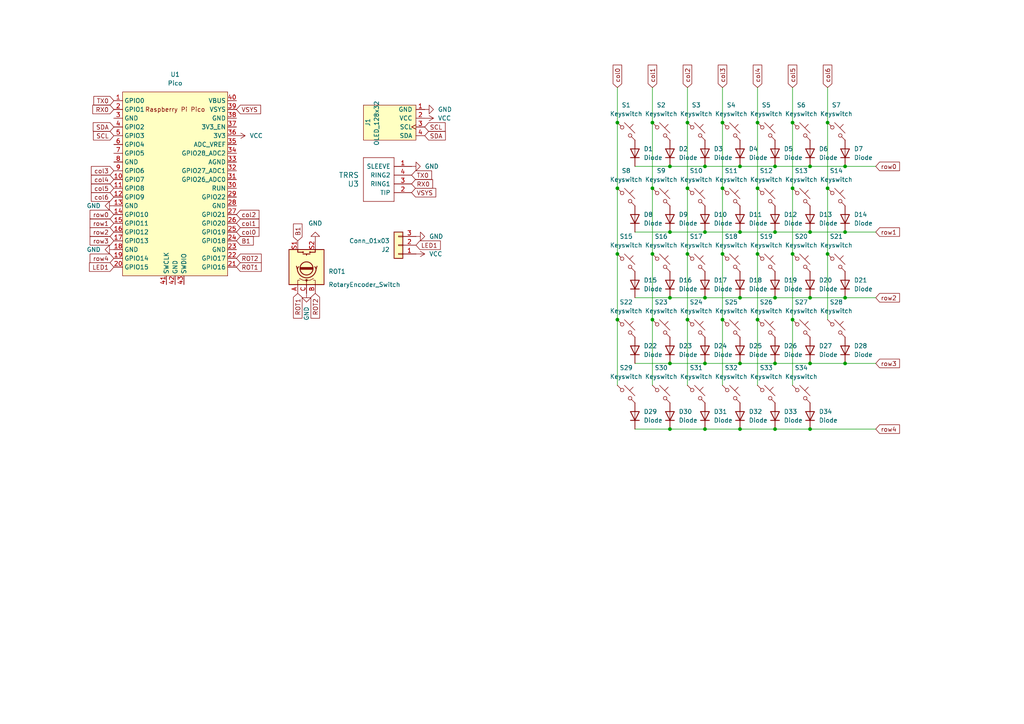
<source format=kicad_sch>
(kicad_sch (version 20230121) (generator eeschema)
  (paper "A4")
  (title_block (title "WackyMXter"))
  (lib_symbols
    (symbol "Connector_Generic:Conn_01x03" (pin_names (offset 1.016) hide)
      (property "Reference" "J" (at 0 5.08 0))
      (property "Value" "Conn_01x03" (at 0 -5.08 0))
      (symbol "Conn_01x03_1_1"
        (rectangle (start -1.27 -2.413) (end 0 -2.667) (stroke (width 0.1524)))
        (rectangle (start -1.27 0.127) (end 0 -0.127) (stroke (width 0.1524)))
        (rectangle (start -1.27 2.667) (end 0 2.413) (stroke (width 0.1524)))
        (rectangle (start -1.27 3.81) (end 1.27 -3.81) (stroke (width 0.254)) (fill (type background)))
        (pin passive line (at -5.08 2.54 0) (length 3.81) (name "Pin_1") (number "1"))
        (pin passive line (at -5.08 0 0) (length 3.81) (name "Pin_2") (number "2"))
        (pin passive line (at -5.08 -2.54 0) (length 3.81) (name "Pin_3") (number "3"))
      )
    )
    (symbol "Device:RotaryEncoder_Switch" (pin_names (offset 0.254) hide)
      (property "Reference" "SW" (at 0 6.604 0))
      (property "Value" "RotaryEncoder_Switch" (at 0 -6.604 0))
      (symbol "RotaryEncoder_Switch_0_1"
        (rectangle (start -5.08 5.08) (end 5.08 -5.08) (stroke (width 0.254)) (fill (type background)))
        (circle (center -3.81 0) (radius 0.254) (fill (type outline)))
        (circle (center -0.381 0) (radius 1.905) (stroke (width 0.254)))
        (arc (start -0.381 2.667) (mid -3.0988 -0.0635) (end -0.381 -2.794) (stroke (width 0.254)))
        (polyline (pts (xy -0.635 -1.778) (xy -0.635 1.778)) (stroke (width 0.254)))
        (polyline (pts (xy -0.381 -1.778) (xy -0.381 1.778)) (stroke (width 0.254)))
        (polyline (pts (xy -0.127 1.778) (xy -0.127 -1.778)) (stroke (width 0.254)))
        (polyline (pts (xy 3.81 0) (xy 3.429 0)) (stroke (width 0.254)))
        (polyline (pts (xy 3.81 1.016) (xy 3.81 -1.016)) (stroke (width 0.254)))
        (polyline (pts (xy -5.08 -2.54) (xy -3.81 -2.54) (xy -3.81 -2.032)))
        (polyline (pts (xy -5.08 2.54) (xy -3.81 2.54) (xy -3.81 2.032)))
        (polyline (pts (xy 0.254 -3.048) (xy -0.508 -2.794) (xy 0.127 -2.413)) (stroke (width 0.254)))
        (polyline (pts (xy 0.254 2.921) (xy -0.508 2.667) (xy 0.127 2.286)) (stroke (width 0.254)))
        (polyline (pts (xy 5.08 -2.54) (xy 4.318 -2.54) (xy 4.318 -1.016)) (stroke (width 0.254)))
        (polyline (pts (xy 5.08 2.54) (xy 4.318 2.54) (xy 4.318 1.016)) (stroke (width 0.254)))
        (polyline (pts (xy -5.08 0) (xy -3.81 0) (xy -3.81 -1.016) (xy -3.302 -2.032)))
        (polyline (pts (xy -4.318 0) (xy -3.81 0) (xy -3.81 1.016) (xy -3.302 2.032)))
        (circle (center 4.318 -1.016) (radius 0.127) (stroke (width 0.254)))
        (circle (center 4.318 1.016) (radius 0.127) (stroke (width 0.254)))
      )
      (symbol "RotaryEncoder_Switch_1_1"
        (pin passive line (at -7.62 2.54 0) (length 2.54) (name "A") (number "A"))
        (pin passive line (at -7.62 -2.54 0) (length 2.54) (name "B") (number "B"))
        (pin passive line (at -7.62 0 0) (length 2.54) (name "C") (number "C"))
        (pin passive line (at 7.62 2.54 180) (length 2.54) (name "S1") (number "S1"))
        (pin passive line (at 7.62 -2.54 180) (length 2.54) (name "S2") (number "S2"))
      )
    )
    (symbol "MCU_RaspberryPi_and_Boards:Pico"
      (property "Reference" "U" (at -13.97 27.94 0))
      (property "Value" "Pico" (at 0 19.05 0))
      (symbol "Pico_0_0"
        (text "Raspberry Pi Pico" (at 0 21.59 0) (effects (font (size 1.27 1.27))))
      )
      (symbol "Pico_0_1"
        (rectangle (start -15.24 26.67) (end 15.24 -26.67) (fill (type background)))
      )
      (symbol "Pico_1_1"
        (pin bidirectional line (at -17.78 24.13 0) (length 2.54) (name "GPIO0") (number "1"))
        (pin bidirectional line (at -17.78 1.27 0) (length 2.54) (name "GPIO7") (number "10"))
        (pin bidirectional line (at -17.78 -1.27 0) (length 2.54) (name "GPIO8") (number "11"))
        (pin bidirectional line (at -17.78 -3.81 0) (length 2.54) (name "GPIO9") (number "12"))
        (pin power_in line (at -17.78 -6.35 0) (length 2.54) (name "GND") (number "13"))
        (pin bidirectional line (at -17.78 -8.89 0) (length 2.54) (name "GPIO10") (number "14"))
        (pin bidirectional line (at -17.78 -11.43 0) (length 2.54) (name "GPIO11") (number "15"))
        (pin bidirectional line (at -17.78 -13.97 0) (length 2.54) (name "GPIO12") (number "16"))
        (pin bidirectional line (at -17.78 -16.51 0) (length 2.54) (name "GPIO13") (number "17"))
        (pin power_in line (at -17.78 -19.05 0) (length 2.54) (name "GND") (number "18"))
        (pin bidirectional line (at -17.78 -21.59 0) (length 2.54) (name "GPIO14") (number "19"))
        (pin bidirectional line (at -17.78 21.59 0) (length 2.54) (name "GPIO1") (number "2"))
        (pin bidirectional line (at -17.78 -24.13 0) (length 2.54) (name "GPIO15") (number "20"))
        (pin bidirectional line (at 17.78 -24.13 180) (length 2.54) (name "GPIO16") (number "21"))
        (pin bidirectional line (at 17.78 -21.59 180) (length 2.54) (name "GPIO17") (number "22"))
        (pin power_in line (at 17.78 -19.05 180) (length 2.54) (name "GND") (number "23"))
        (pin bidirectional line (at 17.78 -16.51 180) (length 2.54) (name "GPIO18") (number "24"))
        (pin bidirectional line (at 17.78 -13.97 180) (length 2.54) (name "GPIO19") (number "25"))
        (pin bidirectional line (at 17.78 -11.43 180) (length 2.54) (name "GPIO20") (number "26"))
        (pin bidirectional line (at 17.78 -8.89 180) (length 2.54) (name "GPIO21") (number "27"))
        (pin power_in line (at 17.78 -6.35 180) (length 2.54) (name "GND") (number "28"))
        (pin bidirectional line (at 17.78 -3.81 180) (length 2.54) (name "GPIO22") (number "29"))
        (pin power_in line (at -17.78 19.05 0) (length 2.54) (name "GND") (number "3"))
        (pin input line (at 17.78 -1.27 180) (length 2.54) (name "RUN") (number "30"))
        (pin bidirectional line (at 17.78 1.27 180) (length 2.54) (name "GPIO26_ADC0") (number "31"))
        (pin bidirectional line (at 17.78 3.81 180) (length 2.54) (name "GPIO27_ADC1") (number "32"))
        (pin power_in line (at 17.78 6.35 180) (length 2.54) (name "AGND") (number "33"))
        (pin bidirectional line (at 17.78 8.89 180) (length 2.54) (name "GPIO28_ADC2") (number "34"))
        (pin power_in line (at 17.78 11.43 180) (length 2.54) (name "ADC_VREF") (number "35"))
        (pin power_in line (at 17.78 13.97 180) (length 2.54) (name "3V3") (number "36"))
        (pin input line (at 17.78 16.51 180) (length 2.54) (name "3V3_EN") (number "37"))
        (pin bidirectional line (at 17.78 19.05 180) (length 2.54) (name "GND") (number "38"))
        (pin power_in line (at 17.78 21.59 180) (length 2.54) (name "VSYS") (number "39"))
        (pin bidirectional line (at -17.78 16.51 0) (length 2.54) (name "GPIO2") (number "4"))
        (pin power_in line (at 17.78 24.13 180) (length 2.54) (name "VBUS") (number "40"))
        (pin input line (at -2.54 -29.21 90) (length 2.54) (name "SWCLK") (number "41"))
        (pin power_in line (at 0 -29.21 90) (length 2.54) (name "GND") (number "42"))
        (pin bidirectional line (at 2.54 -29.21 90) (length 2.54) (name "SWDIO") (number "43"))
        (pin bidirectional line (at -17.78 13.97 0) (length 2.54) (name "GPIO3") (number "5"))
        (pin bidirectional line (at -17.78 11.43 0) (length 2.54) (name "GPIO4") (number "6"))
        (pin bidirectional line (at -17.78 8.89 0) (length 2.54) (name "GPIO5") (number "7"))
        (pin power_in line (at -17.78 6.35 0) (length 2.54) (name "GND") (number "8"))
        (pin bidirectional line (at -17.78 3.81 0) (length 2.54) (name "GPIO6") (number "9"))
      )
    )
    (symbol "ScottoKeebs:OLED_128x32" (pin_names (offset 1.016))
      (property "Reference" "J" (at 0 -6.35 0))
      (property "Value" "OLED_128x32" (at 0 6.35 0))
      (symbol "OLED_128x32_0_1"
        (rectangle (start 0 5.08) (end 15.24 -5.08) (fill (type background)))
      )
      (symbol "OLED_128x32_1_1"
        (pin power_in line (at -2.54 -3.81 0) (length 2.54) (name "GND") (number "1"))
        (pin power_in line (at -2.54 -1.27 0) (length 2.54) (name "VCC") (number "2"))
        (pin input clock (at -2.54 1.27 0) (length 2.54) (name "SCL") (number "3"))
        (pin bidirectional line (at -2.54 3.81 0) (length 2.54) (name "SDA") (number "4"))
      )
    )
    (symbol "ScottoKeebs:Placeholder_Diode" (pin_numbers hide) (pin_names hide)
      (property "Reference" "D" (at 0 2.54 0))
      (property "Value" "Diode" (at 0 -2.54 0))
      (symbol "Placeholder_Diode_0_1"
        (polyline (pts (xy -1.27 1.27) (xy -1.27 -1.27)) (stroke (width 0.254)))
        (polyline (pts (xy 1.27 0) (xy -1.27 0)))
        (polyline (pts (xy 1.27 1.27) (xy 1.27 -1.27) (xy -1.27 0) (xy 1.27 1.27)) (stroke (width 0.254)))
      )
      (symbol "Placeholder_Diode_1_1"
        (pin passive line (at -3.81 0 0) (length 2.54) (name "K") (number "1"))
        (pin passive line (at 3.81 0 180) (length 2.54) (name "A") (number "2"))
      )
    )
    (symbol "ScottoKeebs:Placeholder_Keyswitch" (pin_numbers hide) (pin_names (offset 1.016) hide)
      (property "Reference" "S" (at 3.048 1.016 0))
      (property "Value" "Keyswitch" (at 0 -3.81 0))
      (symbol "Placeholder_Keyswitch_0_1"
        (circle (center -1.1684 1.1684) (radius 0.508))
        (polyline (pts (xy -0.508 2.54) (xy 2.54 -0.508)))
        (polyline (pts (xy 1.016 1.016) (xy 2.032 2.032)))
        (polyline (pts (xy -2.54 2.54) (xy -1.524 1.524) (xy -1.524 1.524)))
        (polyline (pts (xy 1.524 -1.524) (xy 2.54 -2.54) (xy 2.54 -2.54) (xy 2.54 -2.54)))
        (circle (center 1.143 -1.1938) (radius 0.508))
        (pin passive line (at -2.54 2.54 0) (length 0) (name "1") (number "1"))
        (pin passive line (at 2.54 -2.54 180) (length 0) (name "2") (number "2"))
      )
    )
    (symbol "ScottoKeebs:Placeholder_TRRS" (pin_names (offset 1.016))
      (property "Reference" "U" (at 0 15.24 0))
      (property "Value" "TRRS" (at 0 -2.54 0))
      (symbol "Placeholder_TRRS_0_1"
        (rectangle (start -3.81 0) (end -3.81 12.7))
        (rectangle (start -3.81 0) (end 5.08 0))
        (rectangle (start -3.81 12.7) (end 5.08 12.7))
        (rectangle (start 5.08 12.7) (end 5.08 0))
      )
      (symbol "Placeholder_TRRS_1_1"
        (pin input line (at -8.89 2.54 0) (length 5.08) (name "SLEEVE") (number "1"))
        (pin input line (at -8.89 10.16 0) (length 5.08) (name "TIP") (number "2"))
        (pin input line (at -8.89 7.62 0) (length 5.08) (name "RING1") (number "3"))
        (pin input line (at -8.89 5.08 0) (length 5.08) (name "RING2") (number "4"))
      )
    )
    (symbol "power:GND" (power) (pin_names (offset 0))
      (property "Value" "GND" (at 0 -3.81 0))
      (symbol "GND_0_1"
        (polyline (pts (xy 0 0) (xy 0 -1.27) (xy 1.27 -1.27) (xy 0 -2.54) (xy -1.27 -1.27) (xy 0 -1.27)))
      )
      (symbol "GND_1_1"
        (pin power_in line (at 0 0 270) (length 0) hide (name "GND") (number "1"))
      )
    )
    (symbol "power:VCC" (power) (pin_names (offset 0))
      (property "Value" "VCC" (at 0 3.81 0))
      (symbol "VCC_0_1"
        (polyline (pts (xy -0.762 1.27) (xy 0 2.54)))
        (polyline (pts (xy 0 0) (xy 0 2.54)))
        (polyline (pts (xy 0 2.54) (xy 0.762 1.27)))
      )
      (symbol "VCC_1_1"
        (pin power_in line (at 0 0 90) (length 0) hide (name "VCC") (number "1"))
      )
    )
  )
  (junction (at 204.47 124.46))
  (junction (at 219.71 73.66))
  (junction (at 189.23 35.56))
  (junction (at 194.31 86.36))
  (junction (at 240.03 54.61))
  (junction (at 209.55 35.56))
  (junction (at 214.63 67.31))
  (junction (at 199.39 92.71))
  (junction (at 179.07 92.71))
  (junction (at 204.47 48.26))
  (junction (at 219.71 35.56))
  (junction (at 224.79 105.41))
  (junction (at 194.31 105.41))
  (junction (at 245.11 48.26))
  (junction (at 209.55 92.71))
  (junction (at 219.71 54.61))
  (junction (at 245.11 67.31))
  (junction (at 234.95 67.31))
  (junction (at 240.03 35.56))
  (junction (at 234.95 124.46))
  (junction (at 219.71 92.71))
  (junction (at 199.39 54.61))
  (junction (at 194.31 67.31))
  (junction (at 234.95 86.36))
  (junction (at 199.39 73.66))
  (junction (at 234.95 105.41))
  (junction (at 214.63 48.26))
  (junction (at 245.11 105.41))
  (junction (at 224.79 124.46))
  (junction (at 209.55 54.61))
  (junction (at 229.87 35.56))
  (junction (at 240.03 73.66))
  (junction (at 229.87 54.61))
  (junction (at 189.23 73.66))
  (junction (at 209.55 73.66))
  (junction (at 224.79 86.36))
  (junction (at 224.79 67.31))
  (junction (at 214.63 86.36))
  (junction (at 194.31 124.46))
  (junction (at 179.07 73.66))
  (junction (at 204.47 105.41))
  (junction (at 189.23 92.71))
  (junction (at 245.11 86.36))
  (junction (at 229.87 92.71))
  (junction (at 214.63 105.41))
  (junction (at 204.47 86.36))
  (junction (at 229.87 73.66))
  (junction (at 234.95 48.26))
  (junction (at 179.07 54.61))
  (junction (at 224.79 48.26))
  (junction (at 194.31 48.26))
  (junction (at 199.39 35.56))
  (junction (at 214.63 124.46))
  (junction (at 189.23 54.61))
  (junction (at 204.47 67.31))
  (junction (at 179.07 35.56))
  (wire (pts (xy 179.07 92.71) (xy 179.07 111.76)))
  (wire (pts (xy 219.71 92.71) (xy 219.71 111.76)))
  (wire (pts (xy 209.55 25.4) (xy 209.55 35.56)))
  (wire (pts (xy 209.55 92.71) (xy 209.55 111.76)))
  (wire (pts (xy 199.39 35.56) (xy 199.39 54.61)))
  (wire (pts (xy 194.31 105.41) (xy 204.47 105.41)))
  (wire (pts (xy 229.87 25.4) (xy 229.87 35.56)))
  (wire (pts (xy 209.55 54.61) (xy 209.55 73.66)))
  (wire (pts (xy 224.79 48.26) (xy 234.95 48.26)))
  (wire (pts (xy 204.47 124.46) (xy 214.63 124.46)))
  (wire (pts (xy 254 105.41) (xy 245.11 105.41)))
  (wire (pts (xy 204.47 105.41) (xy 214.63 105.41)))
  (wire (pts (xy 245.11 48.26) (xy 254 48.26)))
  (wire (pts (xy 214.63 86.36) (xy 224.79 86.36)))
  (wire (pts (xy 229.87 73.66) (xy 229.87 92.71)))
  (wire (pts (xy 179.07 25.4) (xy 179.07 35.56)))
  (wire (pts (xy 184.15 105.41) (xy 194.31 105.41)))
  (wire (pts (xy 240.03 25.4) (xy 240.03 35.56)))
  (wire (pts (xy 204.47 86.36) (xy 214.63 86.36)))
  (wire (pts (xy 234.95 67.31) (xy 245.11 67.31)))
  (wire (pts (xy 214.63 48.26) (xy 224.79 48.26)))
  (wire (pts (xy 245.11 67.31) (xy 254 67.31)))
  (wire (pts (xy 184.15 67.31) (xy 194.31 67.31)))
  (wire (pts (xy 219.71 54.61) (xy 219.71 73.66)))
  (wire (pts (xy 219.71 35.56) (xy 219.71 54.61)))
  (wire (pts (xy 184.15 86.36) (xy 194.31 86.36)))
  (wire (pts (xy 240.03 73.66) (xy 240.03 92.71)))
  (wire (pts (xy 194.31 124.46) (xy 204.47 124.46)))
  (wire (pts (xy 224.79 124.46) (xy 234.95 124.46)))
  (wire (pts (xy 234.95 48.26) (xy 245.11 48.26)))
  (wire (pts (xy 229.87 54.61) (xy 229.87 73.66)))
  (wire (pts (xy 219.71 25.4) (xy 219.71 35.56)))
  (wire (pts (xy 184.15 48.26) (xy 194.31 48.26)))
  (wire (pts (xy 234.95 86.36) (xy 245.11 86.36)))
  (wire (pts (xy 229.87 35.56) (xy 229.87 54.61)))
  (wire (pts (xy 199.39 54.61) (xy 199.39 73.66)))
  (wire (pts (xy 234.95 105.41) (xy 245.11 105.41)))
  (wire (pts (xy 204.47 67.31) (xy 214.63 67.31)))
  (wire (pts (xy 199.39 25.4) (xy 199.39 35.56)))
  (wire (pts (xy 184.15 124.46) (xy 194.31 124.46)))
  (wire (pts (xy 189.23 35.56) (xy 189.23 54.61)))
  (wire (pts (xy 189.23 92.71) (xy 189.23 111.76)))
  (wire (pts (xy 194.31 48.26) (xy 204.47 48.26)))
  (wire (pts (xy 224.79 105.41) (xy 234.95 105.41)))
  (wire (pts (xy 199.39 92.71) (xy 199.39 111.76)))
  (wire (pts (xy 245.11 86.36) (xy 254 86.36)))
  (wire (pts (xy 224.79 67.31) (xy 234.95 67.31)))
  (wire (pts (xy 179.07 54.61) (xy 179.07 73.66)))
  (wire (pts (xy 229.87 92.71) (xy 229.87 111.76)))
  (wire (pts (xy 204.47 48.26) (xy 214.63 48.26)))
  (wire (pts (xy 234.95 124.46) (xy 254 124.46)))
  (wire (pts (xy 189.23 54.61) (xy 189.23 73.66)))
  (wire (pts (xy 219.71 73.66) (xy 219.71 92.71)))
  (wire (pts (xy 199.39 73.66) (xy 199.39 92.71)))
  (wire (pts (xy 209.55 73.66) (xy 209.55 92.71)))
  (wire (pts (xy 209.55 35.56) (xy 209.55 54.61)))
  (wire (pts (xy 240.03 35.56) (xy 240.03 54.61)))
  (wire (pts (xy 214.63 67.31) (xy 224.79 67.31)))
  (wire (pts (xy 189.23 73.66) (xy 189.23 92.71)))
  (wire (pts (xy 214.63 124.46) (xy 224.79 124.46)))
  (wire (pts (xy 240.03 54.61) (xy 240.03 73.66)))
  (wire (pts (xy 224.79 86.36) (xy 234.95 86.36)))
  (wire (pts (xy 179.07 73.66) (xy 179.07 92.71)))
  (wire (pts (xy 194.31 67.31) (xy 204.47 67.31)))
  (wire (pts (xy 179.07 35.56) (xy 179.07 54.61)))
  (wire (pts (xy 194.31 86.36) (xy 204.47 86.36)))
  (wire (pts (xy 214.63 105.41) (xy 224.79 105.41)))
  (wire (pts (xy 189.23 25.4) (xy 189.23 35.56)))
  (global_label "row0" (shape input) (at 254 48.26 0) (property "Intersheetrefs" "${INTERSHEET_REFS}" (effects hide)))
  (global_label "col3" (shape input) (at 209.55 25.4 90) (property "Intersheetrefs" "${INTERSHEET_REFS}" (effects hide)))
  (global_label "row1" (shape input) (at 254 67.31 0) (property "Intersheetrefs" "${INTERSHEET_REFS}" (effects hide)))
  (global_label "col4" (shape input) (at 219.71 25.4 90) (property "Intersheetrefs" "${INTERSHEET_REFS}" (effects hide)))
  (global_label "TX0" (shape input) (at 119.38 50.8 0) (property "Intersheetrefs" "${INTERSHEET_REFS}" (effects hide)))
  (global_label "TX0" (shape input) (at 33.02 29.21 180) (property "Intersheetrefs" "${INTERSHEET_REFS}" (effects hide)))
  (global_label "VSYS" (shape input) (at 119.38 55.88 0) (property "Intersheetrefs" "${INTERSHEET_REFS}" (effects hide)))
  (global_label "col2" (shape input) (at 199.39 25.4 90) (property "Intersheetrefs" "${INTERSHEET_REFS}" (effects hide)))
  (global_label "row3" (shape input) (at 33.02 69.85 180) (property "Intersheetrefs" "${INTERSHEET_REFS}" (effects hide)))
  (global_label "col1" (shape input) (at 68.58 64.77 0) (property "Intersheetrefs" "${INTERSHEET_REFS}" (effects hide)))
  (global_label "RX0" (shape input) (at 33.02 31.75 180) (property "Intersheetrefs" "${INTERSHEET_REFS}" (effects hide)))
  (global_label "SDA" (shape input) (at 123.19 39.37 0) (property "Intersheetrefs" "${INTERSHEET_REFS}" (effects hide)))
  (global_label "col5" (shape input) (at 229.87 25.4 90) (property "Intersheetrefs" "${INTERSHEET_REFS}" (effects hide)))
  (global_label "SCL" (shape input) (at 33.02 39.37 180) (property "Intersheetrefs" "${INTERSHEET_REFS}" (effects hide)))
  (global_label "col3" (shape input) (at 33.02 49.53 180) (property "Intersheetrefs" "${INTERSHEET_REFS}" (effects hide)))
  (global_label "col6" (shape input) (at 240.03 25.4 90) (property "Intersheetrefs" "${INTERSHEET_REFS}" (effects hide)))
  (global_label "col6" (shape input) (at 33.02 57.15 180) (property "Intersheetrefs" "${INTERSHEET_REFS}" (effects hide)))
  (global_label "SCL" (shape input) (at 123.19 36.83 0) (property "Intersheetrefs" "${INTERSHEET_REFS}" (effects hide)))
  (global_label "LED1" (shape input) (at 120.65 71.12 0) (property "Intersheetrefs" "${INTERSHEET_REFS}" (effects hide)))
  (global_label "B1" (shape input) (at 86.36 69.85 90) (property "Intersheetrefs" "${INTERSHEET_REFS}" (effects hide)))
  (global_label "col0" (shape input) (at 68.58 67.31 0) (property "Intersheetrefs" "${INTERSHEET_REFS}" (effects hide)))
  (global_label "col4" (shape input) (at 33.02 52.07 180) (property "Intersheetrefs" "${INTERSHEET_REFS}" (effects hide)))
  (global_label "row2" (shape input) (at 33.02 67.31 180) (property "Intersheetrefs" "${INTERSHEET_REFS}" (effects hide)))
  (global_label "ROT1" (shape input) (at 68.58 77.47 0) (property "Intersheetrefs" "${INTERSHEET_REFS}" (effects hide)))
  (global_label "row0" (shape input) (at 33.02 62.23 180) (property "Intersheetrefs" "${INTERSHEET_REFS}" (effects hide)))
  (global_label "ROT2" (shape input) (at 91.44 85.09 270) (property "Intersheetrefs" "${INTERSHEET_REFS}" (effects hide)))
  (global_label "row4" (shape input) (at 254 124.46 0) (property "Intersheetrefs" "${INTERSHEET_REFS}" (effects hide)))
  (global_label "col2" (shape input) (at 68.58 62.23 0) (property "Intersheetrefs" "${INTERSHEET_REFS}" (effects hide)))
  (global_label "row2" (shape input) (at 254 86.36 0) (property "Intersheetrefs" "${INTERSHEET_REFS}" (effects hide)))
  (global_label "row4" (shape input) (at 33.02 74.93 180) (property "Intersheetrefs" "${INTERSHEET_REFS}" (effects hide)))
  (global_label "ROT2" (shape input) (at 68.58 74.93 0) (property "Intersheetrefs" "${INTERSHEET_REFS}" (effects hide)))
  (global_label "row3" (shape input) (at 254 105.41 0) (property "Intersheetrefs" "${INTERSHEET_REFS}" (effects hide)))
  (global_label "col0" (shape input) (at 179.07 25.4 90) (property "Intersheetrefs" "${INTERSHEET_REFS}" (effects hide)))
  (global_label "ROT1" (shape input) (at 86.36 85.09 270) (property "Intersheetrefs" "${INTERSHEET_REFS}" (effects hide)))
  (global_label "col5" (shape input) (at 33.02 54.61 180) (property "Intersheetrefs" "${INTERSHEET_REFS}" (effects hide)))
  (global_label "VSYS" (shape input) (at 68.58 31.75 0) (property "Intersheetrefs" "${INTERSHEET_REFS}" (effects hide)))
  (global_label "B1" (shape input) (at 68.58 69.85 0) (property "Intersheetrefs" "${INTERSHEET_REFS}" (effects hide)))
  (global_label "col1" (shape input) (at 189.23 25.4 90) (property "Intersheetrefs" "${INTERSHEET_REFS}" (effects hide)))
  (global_label "LED1" (shape input) (at 33.02 77.47 180) (property "Intersheetrefs" "${INTERSHEET_REFS}" (effects hide)))
  (global_label "row1" (shape input) (at 33.02 64.77 180) (property "Intersheetrefs" "${INTERSHEET_REFS}" (effects hide)))
  (global_label "RX0" (shape input) (at 119.38 53.34 0) (property "Intersheetrefs" "${INTERSHEET_REFS}" (effects hide)))
  (global_label "SDA" (shape input) (at 33.02 36.83 180) (property "Intersheetrefs" "${INTERSHEET_REFS}" (effects hide)))
  (symbol (lib_id "ScottoKeebs:Placeholder_Diode") (at 194.31 120.65 90) (unit 1)
    (property "Reference" "D30" (at 196.85 119.38 90) (effects (justify right)))
    (property "Value" "Diode" (at 196.85 121.92 90) (effects (justify right)))
    (property "Footprint" "Keebio-Parts:Diode-dual" (effects hide))
    (property "Sim.Device" "D" (effects hide))
    (property "Sim.Pins" "1=K 2=A" (effects hide))
  )
  (symbol (lib_id "ScottoKeebs:Placeholder_Diode") (at 245.11 63.5 90) (unit 1)
    (property "Reference" "D14" (at 247.65 62.23 90) (effects (justify right)))
    (property "Value" "Diode" (at 247.65 64.77 90) (effects (justify right)))
    (property "Footprint" "Keebio-Parts:Diode-dual" (effects hide))
    (property "Sim.Device" "D" (effects hide))
    (property "Sim.Pins" "1=K 2=A" (effects hide))
  )
  (symbol (lib_id "ScottoKeebs:Placeholder_Keyswitch") (at 222.25 76.2 0) (unit 1)
    (property "Reference" "S19" (at 222.25 68.58 0))
    (property "Value" "Keyswitch" (at 222.25 71.12 0))
    (property "Footprint" "keyswitches:Kailh_socket_MX_optional" (effects hide))
  )
  (symbol (lib_id "ScottoKeebs:Placeholder_Diode") (at 184.15 101.6 90) (unit 1)
    (property "Reference" "D22" (at 186.69 100.33 90) (effects (justify right)))
    (property "Value" "Diode" (at 186.69 102.87 90) (effects (justify right)))
    (property "Footprint" "Keebio-Parts:Diode-dual" (effects hide))
    (property "Sim.Device" "D" (effects hide))
    (property "Sim.Pins" "1=K 2=A" (effects hide))
  )
  (symbol (lib_id "ScottoKeebs:Placeholder_Diode") (at 194.31 44.45 90) (unit 1)
    (property "Reference" "D2" (at 196.85 43.18 90) (effects (justify right)))
    (property "Value" "Diode" (at 196.85 45.72 90) (effects (justify right)))
    (property "Footprint" "Keebio-Parts:Diode-dual" (effects hide))
    (property "Sim.Device" "D" (effects hide))
    (property "Sim.Pins" "1=K 2=A" (effects hide))
  )
  (symbol (lib_id "ScottoKeebs:Placeholder_Keyswitch") (at 242.57 76.2 0) (unit 1)
    (property "Reference" "S21" (at 242.57 68.58 0))
    (property "Value" "Keyswitch" (at 242.57 71.12 0))
    (property "Footprint" "keyswitches:Kailh_socket_MX_optional" (effects hide))
  )
  (symbol (lib_id "ScottoKeebs:Placeholder_Diode") (at 214.63 44.45 90) (unit 1)
    (property "Reference" "D4" (at 217.17 43.18 90) (effects (justify right)))
    (property "Value" "Diode" (at 217.17 45.72 90) (effects (justify right)))
    (property "Footprint" "Keebio-Parts:Diode-dual" (effects hide))
    (property "Sim.Device" "D" (effects hide))
    (property "Sim.Pins" "1=K 2=A" (effects hide))
  )
  (symbol (lib_id "ScottoKeebs:Placeholder_Diode") (at 204.47 44.45 90) (unit 1)
    (property "Reference" "D3" (at 207.01 43.18 90) (effects (justify right)))
    (property "Value" "Diode" (at 207.01 45.72 90) (effects (justify right)))
    (property "Footprint" "Keebio-Parts:Diode-dual" (effects hide))
    (property "Sim.Device" "D" (effects hide))
    (property "Sim.Pins" "1=K 2=A" (effects hide))
  )
  (symbol (lib_id "ScottoKeebs:Placeholder_Diode") (at 224.79 63.5 90) (unit 1)
    (property "Reference" "D12" (at 227.33 62.23 90) (effects (justify right)))
    (property "Value" "Diode" (at 227.33 64.77 90) (effects (justify right)))
    (property "Footprint" "Keebio-Parts:Diode-dual" (effects hide))
    (property "Sim.Device" "D" (effects hide))
    (property "Sim.Pins" "1=K 2=A" (effects hide))
  )
  (symbol (lib_id "ScottoKeebs:Placeholder_Keyswitch") (at 232.41 114.3 0) (unit 1)
    (property "Reference" "S34" (at 232.41 106.68 0))
    (property "Value" "Keyswitch" (at 232.41 109.22 0))
    (property "Footprint" "keyswitches:Kailh_socket_MX_optional" (effects hide))
  )
  (symbol (lib_id "ScottoKeebs:Placeholder_Keyswitch") (at 191.77 38.1 0) (unit 1)
    (property "Reference" "S2" (at 191.77 30.48 0))
    (property "Value" "Keyswitch" (at 191.77 33.02 0))
    (property "Footprint" "keyswitches:Kailh_socket_MX_optional" (effects hide))
  )
  (symbol (lib_id "ScottoKeebs:Placeholder_Keyswitch") (at 181.61 114.3 0) (unit 1)
    (property "Reference" "S29" (at 181.61 106.68 0))
    (property "Value" "Keyswitch" (at 181.61 109.22 0))
    (property "Footprint" "keyswitches:Kailh_socket_MX_optional" (effects hide))
  )
  (symbol (lib_id "ScottoKeebs:Placeholder_Diode") (at 214.63 63.5 90) (unit 1)
    (property "Reference" "D11" (at 217.17 62.23 90) (effects (justify right)))
    (property "Value" "Diode" (at 217.17 64.77 90) (effects (justify right)))
    (property "Footprint" "Keebio-Parts:Diode-dual" (effects hide))
    (property "Sim.Device" "D" (effects hide))
    (property "Sim.Pins" "1=K 2=A" (effects hide))
  )
  (symbol (lib_id "ScottoKeebs:Placeholder_Keyswitch") (at 212.09 38.1 0) (unit 1)
    (property "Reference" "S4" (at 212.09 30.48 0))
    (property "Value" "Keyswitch" (at 212.09 33.02 0))
    (property "Footprint" "keyswitches:Kailh_socket_MX_optional" (effects hide))
  )
  (symbol (lib_id "power:VCC") (at 120.65 73.66 270) (unit 1)
    (property "Reference" "#PWR017" (effects hide))
    (property "Value" "VCC" (at 124.46 73.66 90) (effects (justify left)))
  )
  (symbol (lib_id "ScottoKeebs:Placeholder_Keyswitch") (at 191.77 57.15 0) (unit 1)
    (property "Reference" "S9" (at 191.77 49.53 0))
    (property "Value" "Keyswitch" (at 191.77 52.07 0))
    (property "Footprint" "keyswitches:Kailh_socket_MX_optional" (effects hide))
  )
  (symbol (lib_id "ScottoKeebs:Placeholder_Keyswitch") (at 242.57 38.1 0) (unit 1)
    (property "Reference" "S7" (at 242.57 30.48 0))
    (property "Value" "Keyswitch" (at 242.57 33.02 0))
    (property "Footprint" "keyswitches:Kailh_socket_MX_optional" (effects hide))
  )
  (symbol (lib_id "ScottoKeebs:Placeholder_Diode") (at 184.15 120.65 90) (unit 1)
    (property "Reference" "D29" (at 186.69 119.38 90) (effects (justify right)))
    (property "Value" "Diode" (at 186.69 121.92 90) (effects (justify right)))
    (property "Footprint" "Keebio-Parts:Diode-dual" (effects hide))
    (property "Sim.Device" "D" (effects hide))
    (property "Sim.Pins" "1=K 2=A" (effects hide))
  )
  (symbol (lib_id "ScottoKeebs:Placeholder_Diode") (at 245.11 82.55 90) (unit 1)
    (property "Reference" "D21" (at 247.65 81.28 90) (effects (justify right)))
    (property "Value" "Diode" (at 247.65 83.82 90) (effects (justify right)))
    (property "Footprint" "Keebio-Parts:Diode-dual" (effects hide))
    (property "Sim.Device" "D" (effects hide))
    (property "Sim.Pins" "1=K 2=A" (effects hide))
  )
  (symbol (lib_id "power:GND") (at 123.19 31.75 90) (unit 1)
    (property "Reference" "#PWR015" (effects hide))
    (property "Value" "GND" (at 127 31.75 90) (effects (justify right)))
  )
  (symbol (lib_id "ScottoKeebs:Placeholder_Keyswitch") (at 181.61 76.2 0) (unit 1)
    (property "Reference" "S15" (at 181.61 68.58 0))
    (property "Value" "Keyswitch" (at 181.61 71.12 0))
    (property "Footprint" "keyswitches:Kailh_socket_MX_optional" (effects hide))
  )
  (symbol (lib_id "ScottoKeebs:Placeholder_Keyswitch") (at 212.09 114.3 0) (unit 1)
    (property "Reference" "S32" (at 212.09 106.68 0))
    (property "Value" "Keyswitch" (at 212.09 109.22 0))
    (property "Footprint" "keyswitches:Kailh_socket_MX_optional" (effects hide))
  )
  (symbol (lib_id "ScottoKeebs:OLED_128x32") (at 120.65 35.56 180) (unit 1)
    (property "Reference" "J1" (at 106.68 34.29 90) (effects (justify left)))
    (property "Value" "OLED_128x32" (at 109.22 29.21 90) (effects (justify left)))
    (property "Footprint" "ScottoKeebs_Components:OLED_128x32" (effects hide))
  )
  (symbol (lib_id "ScottoKeebs:Placeholder_Keyswitch") (at 212.09 57.15 0) (unit 1)
    (property "Reference" "S11" (at 212.09 49.53 0))
    (property "Value" "Keyswitch" (at 212.09 52.07 0))
    (property "Footprint" "keyswitches:Kailh_socket_MX_optional" (effects hide))
  )
  (symbol (lib_id "ScottoKeebs:Placeholder_Diode") (at 214.63 82.55 90) (unit 1)
    (property "Reference" "D18" (at 217.17 81.28 90) (effects (justify right)))
    (property "Value" "Diode" (at 217.17 83.82 90) (effects (justify right)))
    (property "Footprint" "Keebio-Parts:Diode-dual" (effects hide))
    (property "Sim.Device" "D" (effects hide))
    (property "Sim.Pins" "1=K 2=A" (effects hide))
  )
  (symbol (lib_id "ScottoKeebs:Placeholder_Diode") (at 194.31 101.6 90) (unit 1)
    (property "Reference" "D23" (at 196.85 100.33 90) (effects (justify right)))
    (property "Value" "Diode" (at 196.85 102.87 90) (effects (justify right)))
    (property "Footprint" "Keebio-Parts:Diode-dual" (effects hide))
    (property "Sim.Device" "D" (effects hide))
    (property "Sim.Pins" "1=K 2=A" (effects hide))
  )
  (symbol (lib_id "ScottoKeebs:Placeholder_Diode") (at 234.95 82.55 90) (unit 1)
    (property "Reference" "D20" (at 237.49 81.28 90) (effects (justify right)))
    (property "Value" "Diode" (at 237.49 83.82 90) (effects (justify right)))
    (property "Footprint" "Keebio-Parts:Diode-dual" (effects hide))
    (property "Sim.Device" "D" (effects hide))
    (property "Sim.Pins" "1=K 2=A" (effects hide))
  )
  (symbol (lib_id "ScottoKeebs:Placeholder_Keyswitch") (at 232.41 38.1 0) (unit 1)
    (property "Reference" "S6" (at 232.41 30.48 0))
    (property "Value" "Keyswitch" (at 232.41 33.02 0))
    (property "Footprint" "keyswitches:Kailh_socket_MX_optional" (effects hide))
  )
  (symbol (lib_id "ScottoKeebs:Placeholder_Keyswitch") (at 191.77 114.3 0) (unit 1)
    (property "Reference" "S30" (at 191.77 106.68 0))
    (property "Value" "Keyswitch" (at 191.77 109.22 0))
    (property "Footprint" "keyswitches:Kailh_socket_MX_optional" (effects hide))
  )
  (symbol (lib_id "ScottoKeebs:Placeholder_Diode") (at 224.79 120.65 90) (unit 1)
    (property "Reference" "D33" (at 227.33 119.38 90) (effects (justify right)))
    (property "Value" "Diode" (at 227.33 121.92 90) (effects (justify right)))
    (property "Footprint" "Keebio-Parts:Diode-dual" (effects hide))
    (property "Sim.Device" "D" (effects hide))
    (property "Sim.Pins" "1=K 2=A" (effects hide))
  )
  (symbol (lib_id "ScottoKeebs:Placeholder_Diode") (at 245.11 101.6 90) (unit 1)
    (property "Reference" "D28" (at 247.65 100.33 90) (effects (justify right)))
    (property "Value" "Diode" (at 247.65 102.87 90) (effects (justify right)))
    (property "Footprint" "Keebio-Parts:Diode-dual" (effects hide))
    (property "Sim.Device" "D" (effects hide))
    (property "Sim.Pins" "1=K 2=A" (effects hide))
  )
  (symbol (lib_id "ScottoKeebs:Placeholder_Diode") (at 234.95 44.45 90) (unit 1)
    (property "Reference" "D6" (at 237.49 43.18 90) (effects (justify right)))
    (property "Value" "Diode" (at 237.49 45.72 90) (effects (justify right)))
    (property "Footprint" "Keebio-Parts:Diode-dual" (effects hide))
    (property "Sim.Device" "D" (effects hide))
    (property "Sim.Pins" "1=K 2=A" (effects hide))
  )
  (symbol (lib_id "ScottoKeebs:Placeholder_Diode") (at 214.63 120.65 90) (unit 1)
    (property "Reference" "D32" (at 217.17 119.38 90) (effects (justify right)))
    (property "Value" "Diode" (at 217.17 121.92 90) (effects (justify right)))
    (property "Footprint" "Keebio-Parts:Diode-dual" (effects hide))
    (property "Sim.Device" "D" (effects hide))
    (property "Sim.Pins" "1=K 2=A" (effects hide))
  )
  (symbol (lib_id "ScottoKeebs:Placeholder_Diode") (at 194.31 82.55 90) (unit 1)
    (property "Reference" "D16" (at 196.85 81.28 90) (effects (justify right)))
    (property "Value" "Diode" (at 196.85 83.82 90) (effects (justify right)))
    (property "Footprint" "Keebio-Parts:Diode-dual" (effects hide))
    (property "Sim.Device" "D" (effects hide))
    (property "Sim.Pins" "1=K 2=A" (effects hide))
  )
  (symbol (lib_id "ScottoKeebs:Placeholder_Diode") (at 184.15 82.55 90) (unit 1)
    (property "Reference" "D15" (at 186.69 81.28 90) (effects (justify right)))
    (property "Value" "Diode" (at 186.69 83.82 90) (effects (justify right)))
    (property "Footprint" "Keebio-Parts:Diode-dual" (effects hide))
    (property "Sim.Device" "D" (effects hide))
    (property "Sim.Pins" "1=K 2=A" (effects hide))
  )
  (symbol (lib_id "ScottoKeebs:Placeholder_Keyswitch") (at 232.41 76.2 0) (unit 1)
    (property "Reference" "S20" (at 232.41 68.58 0))
    (property "Value" "Keyswitch" (at 232.41 71.12 0))
    (property "Footprint" "keyswitches:Kailh_socket_MX_optional" (effects hide))
  )
  (symbol (lib_id "ScottoKeebs:Placeholder_Diode") (at 224.79 101.6 90) (unit 1)
    (property "Reference" "D26" (at 227.33 100.33 90) (effects (justify right)))
    (property "Value" "Diode" (at 227.33 102.87 90) (effects (justify right)))
    (property "Footprint" "Keebio-Parts:Diode-dual" (effects hide))
    (property "Sim.Device" "D" (effects hide))
    (property "Sim.Pins" "1=K 2=A" (effects hide))
  )
  (symbol (lib_id "ScottoKeebs:Placeholder_Keyswitch") (at 181.61 95.25 0) (unit 1)
    (property "Reference" "S22" (at 181.61 87.63 0))
    (property "Value" "Keyswitch" (at 181.61 90.17 0))
    (property "Footprint" "keyswitches:Kailh_socket_MX_optional" (effects hide))
  )
  (symbol (lib_id "ScottoKeebs:Placeholder_Diode") (at 184.15 44.45 90) (unit 1)
    (property "Reference" "D1" (at 186.69 43.18 90) (effects (justify right)))
    (property "Value" "Diode" (at 186.69 45.72 90) (effects (justify right)))
    (property "Footprint" "Keebio-Parts:Diode-dual" (effects hide))
    (property "Sim.Device" "D" (effects hide))
    (property "Sim.Pins" "1=K 2=A" (effects hide))
  )
  (symbol (lib_id "ScottoKeebs:Placeholder_Keyswitch") (at 191.77 95.25 0) (unit 1)
    (property "Reference" "S23" (at 191.77 87.63 0))
    (property "Value" "Keyswitch" (at 191.77 90.17 0))
    (property "Footprint" "keyswitches:Kailh_socket_MX_optional" (effects hide))
  )
  (symbol (lib_id "ScottoKeebs:Placeholder_Diode") (at 245.11 44.45 90) (unit 1)
    (property "Reference" "D7" (at 247.65 43.18 90) (effects (justify right)))
    (property "Value" "Diode" (at 247.65 45.72 90) (effects (justify right)))
    (property "Footprint" "Keebio-Parts:Diode-dual" (effects hide))
    (property "Sim.Device" "D" (effects hide))
    (property "Sim.Pins" "1=K 2=A" (effects hide))
  )
  (symbol (lib_id "ScottoKeebs:Placeholder_Diode") (at 184.15 63.5 90) (unit 1)
    (property "Reference" "D8" (at 186.69 62.23 90) (effects (justify right)))
    (property "Value" "Diode" (at 186.69 64.77 90) (effects (justify right)))
    (property "Footprint" "Keebio-Parts:Diode-dual" (effects hide))
    (property "Sim.Device" "D" (effects hide))
    (property "Sim.Pins" "1=K 2=A" (effects hide))
  )
  (symbol (lib_id "power:GND") (at 119.38 48.26 90) (unit 1)
    (property "Reference" "#PWR01" (effects hide))
    (property "Value" "GND" (at 123.19 48.26 90) (effects (justify right)))
  )
  (symbol (lib_id "ScottoKeebs:Placeholder_Diode") (at 204.47 101.6 90) (unit 1)
    (property "Reference" "D24" (at 207.01 100.33 90) (effects (justify right)))
    (property "Value" "Diode" (at 207.01 102.87 90) (effects (justify right)))
    (property "Footprint" "Keebio-Parts:Diode-dual" (effects hide))
    (property "Sim.Device" "D" (effects hide))
    (property "Sim.Pins" "1=K 2=A" (effects hide))
  )
  (symbol (lib_id "ScottoKeebs:Placeholder_Keyswitch") (at 242.57 95.25 0) (unit 1)
    (property "Reference" "S28" (at 242.57 87.63 0))
    (property "Value" "Keyswitch" (at 242.57 90.17 0))
    (property "Footprint" "keyswitches:Kailh_socket_MX_optional" (effects hide))
  )
  (symbol (lib_id "power:VCC") (at 68.58 39.37 270) (unit 1)
    (property "Reference" "#PWR02" (effects hide))
    (property "Value" "VCC" (at 72.39 39.37 90) (effects (justify left)))
  )
  (symbol (lib_id "ScottoKeebs:Placeholder_Keyswitch") (at 232.41 57.15 0) (unit 1)
    (property "Reference" "S13" (at 232.41 49.53 0))
    (property "Value" "Keyswitch" (at 232.41 52.07 0))
    (property "Footprint" "keyswitches:Kailh_socket_MX_optional" (effects hide))
  )
  (symbol (lib_id "ScottoKeebs:Placeholder_Keyswitch") (at 181.61 38.1 0) (unit 1)
    (property "Reference" "S1" (at 181.61 30.48 0))
    (property "Value" "Keyswitch" (at 181.61 33.02 0))
    (property "Footprint" "keyswitches:Kailh_socket_MX_optional" (effects hide))
  )
  (symbol (lib_id "power:GND") (at 33.02 72.39 270) (unit 1)
    (property "Reference" "#PWR03" (effects hide))
    (property "Value" "GND" (at 29.21 72.39 90) (effects (justify right)))
  )
  (symbol (lib_id "ScottoKeebs:Placeholder_Diode") (at 234.95 101.6 90) (unit 1)
    (property "Reference" "D27" (at 237.49 100.33 90) (effects (justify right)))
    (property "Value" "Diode" (at 237.49 102.87 90) (effects (justify right)))
    (property "Footprint" "Keebio-Parts:Diode-dual" (effects hide))
    (property "Sim.Device" "D" (effects hide))
    (property "Sim.Pins" "1=K 2=A" (effects hide))
  )
  (symbol (lib_id "ScottoKeebs:Placeholder_Diode") (at 194.31 63.5 90) (unit 1)
    (property "Reference" "D9" (at 196.85 62.23 90) (effects (justify right)))
    (property "Value" "Diode" (at 196.85 64.77 90) (effects (justify right)))
    (property "Footprint" "Keebio-Parts:Diode-dual" (effects hide))
    (property "Sim.Device" "D" (effects hide))
    (property "Sim.Pins" "1=K 2=A" (effects hide))
  )
  (symbol (lib_id "ScottoKeebs:Placeholder_Diode") (at 214.63 101.6 90) (unit 1)
    (property "Reference" "D25" (at 217.17 100.33 90) (effects (justify right)))
    (property "Value" "Diode" (at 217.17 102.87 90) (effects (justify right)))
    (property "Footprint" "Keebio-Parts:Diode-dual" (effects hide))
    (property "Sim.Device" "D" (effects hide))
    (property "Sim.Pins" "1=K 2=A" (effects hide))
  )
  (symbol (lib_id "ScottoKeebs:Placeholder_Diode") (at 204.47 120.65 90) (unit 1)
    (property "Reference" "D31" (at 207.01 119.38 90) (effects (justify right)))
    (property "Value" "Diode" (at 207.01 121.92 90) (effects (justify right)))
    (property "Footprint" "Keebio-Parts:Diode-dual" (effects hide))
    (property "Sim.Device" "D" (effects hide))
    (property "Sim.Pins" "1=K 2=A" (effects hide))
  )
  (symbol (lib_id "ScottoKeebs:Placeholder_Keyswitch") (at 222.25 114.3 0) (unit 1)
    (property "Reference" "S33" (at 222.25 106.68 0))
    (property "Value" "Keyswitch" (at 222.25 109.22 0))
    (property "Footprint" "keyswitches:Kailh_socket_MX_optional" (effects hide))
  )
  (symbol (lib_id "MCU_RaspberryPi_and_Boards:Pico") (at 50.8 53.34 0) (unit 1)
    (property "Reference" "U1" (at 50.8 21.59 0))
    (property "Value" "Pico" (at 50.8 24.13 0))
    (property "Footprint" "MCU_RaspberryPi_and_Boards:RPi_Pico_SMD_TH" (effects hide))
  )
  (symbol (lib_id "power:VCC") (at 123.19 34.29 270) (unit 1)
    (property "Reference" "#PWR014" (effects hide))
    (property "Value" "VCC" (at 127 34.29 90) (effects (justify left)))
  )
  (symbol (lib_id "power:GND") (at 120.65 68.58 90) (unit 1)
    (property "Reference" "#PWR016" (effects hide))
    (property "Value" "GND" (at 124.46 68.58 90) (effects (justify right)))
  )
  (symbol (lib_id "ScottoKeebs:Placeholder_Keyswitch") (at 232.41 95.25 0) (unit 1)
    (property "Reference" "S27" (at 232.41 87.63 0))
    (property "Value" "Keyswitch" (at 232.41 90.17 0))
    (property "Footprint" "keyswitches:Kailh_socket_MX_optional" (effects hide))
  )
  (symbol (lib_id "ScottoKeebs:Placeholder_Diode") (at 204.47 63.5 90) (unit 1)
    (property "Reference" "D10" (at 207.01 62.23 90) (effects (justify right)))
    (property "Value" "Diode" (at 207.01 64.77 90) (effects (justify right)))
    (property "Footprint" "Keebio-Parts:Diode-dual" (effects hide))
    (property "Sim.Device" "D" (effects hide))
    (property "Sim.Pins" "1=K 2=A" (effects hide))
  )
  (symbol (lib_id "ScottoKeebs:Placeholder_Keyswitch") (at 201.93 38.1 0) (unit 1)
    (property "Reference" "S3" (at 201.93 30.48 0))
    (property "Value" "Keyswitch" (at 201.93 33.02 0))
    (property "Footprint" "keyswitches:Kailh_socket_MX_optional" (effects hide))
  )
  (symbol (lib_id "ScottoKeebs:Placeholder_Diode") (at 234.95 120.65 90) (unit 1)
    (property "Reference" "D34" (at 237.49 119.38 90) (effects (justify right)))
    (property "Value" "Diode" (at 237.49 121.92 90) (effects (justify right)))
    (property "Footprint" "Keebio-Parts:Diode-dual" (effects hide))
    (property "Sim.Device" "D" (effects hide))
    (property "Sim.Pins" "1=K 2=A" (effects hide))
  )
  (symbol (lib_id "ScottoKeebs:Placeholder_Keyswitch") (at 201.93 76.2 0) (unit 1)
    (property "Reference" "S17" (at 201.93 68.58 0))
    (property "Value" "Keyswitch" (at 201.93 71.12 0))
    (property "Footprint" "keyswitches:Kailh_socket_MX_optional" (effects hide))
  )
  (symbol (lib_id "ScottoKeebs:Placeholder_Keyswitch") (at 222.25 57.15 0) (unit 1)
    (property "Reference" "S12" (at 222.25 49.53 0))
    (property "Value" "Keyswitch" (at 222.25 52.07 0))
    (property "Footprint" "keyswitches:Kailh_socket_MX_optional" (effects hide))
  )
  (symbol (lib_id "ScottoKeebs:Placeholder_Keyswitch") (at 201.93 57.15 0) (unit 1)
    (property "Reference" "S10" (at 201.93 49.53 0))
    (property "Value" "Keyswitch" (at 201.93 52.07 0))
    (property "Footprint" "keyswitches:Kailh_socket_MX_optional" (effects hide))
  )
  (symbol (lib_id "ScottoKeebs:Placeholder_Keyswitch") (at 191.77 76.2 0) (unit 1)
    (property "Reference" "S16" (at 191.77 68.58 0))
    (property "Value" "Keyswitch" (at 191.77 71.12 0))
    (property "Footprint" "keyswitches:Kailh_socket_MX_optional" (effects hide))
  )
  (symbol (lib_id "power:GND") (at 33.02 59.69 270) (unit 1)
    (property "Reference" "#PWR011" (effects hide))
    (property "Value" "GND" (at 29.21 59.69 90) (effects (justify right)))
  )
  (symbol (lib_id "ScottoKeebs:Placeholder_Keyswitch") (at 242.57 57.15 0) (unit 1)
    (property "Reference" "S14" (at 242.57 49.53 0))
    (property "Value" "Keyswitch" (at 242.57 52.07 0))
    (property "Footprint" "keyswitches:Kailh_socket_MX_optional" (effects hide))
  )
  (symbol (lib_id "ScottoKeebs:Placeholder_Keyswitch") (at 201.93 95.25 0) (unit 1)
    (property "Reference" "S24" (at 201.93 87.63 0))
    (property "Value" "Keyswitch" (at 201.93 90.17 0))
    (property "Footprint" "keyswitches:Kailh_socket_MX_optional" (effects hide))
  )
  (symbol (lib_id "ScottoKeebs:Placeholder_Keyswitch") (at 222.25 95.25 0) (unit 1)
    (property "Reference" "S26" (at 222.25 87.63 0))
    (property "Value" "Keyswitch" (at 222.25 90.17 0))
    (property "Footprint" "keyswitches:Kailh_socket_MX_optional" (effects hide))
  )
  (symbol (lib_id "ScottoKeebs:Placeholder_Diode") (at 234.95 63.5 90) (unit 1)
    (property "Reference" "D13" (at 237.49 62.23 90) (effects (justify right)))
    (property "Value" "Diode" (at 237.49 64.77 90) (effects (justify right)))
    (property "Footprint" "Keebio-Parts:Diode-dual" (effects hide))
    (property "Sim.Device" "D" (effects hide))
    (property "Sim.Pins" "1=K 2=A" (effects hide))
  )
  (symbol (lib_id "power:GND") (at 88.9 85.09 0) (unit 1)
    (property "Reference" "#PWR07" (effects hide))
    (property "Value" "GND" (at 88.9 88.9 90) (effects (justify right)))
  )
  (symbol (lib_id "ScottoKeebs:Placeholder_TRRS") (at 110.49 45.72 180) (unit 1)
    (property "Reference" "U3" (at 104.14 53.34 0) (effects (font (size 1.524 1.524)) (justify left)))
    (property "Value" "TRRS" (at 104.14 50.8 0) (effects (font (size 1.524 1.524)) (justify left)))
    (property "Footprint" "ScottoKeebs_Components:TRRS_PJ-320A" (effects hide))
  )
  (symbol (lib_id "ScottoKeebs:Placeholder_Keyswitch") (at 212.09 76.2 0) (unit 1)
    (property "Reference" "S18" (at 212.09 68.58 0))
    (property "Value" "Keyswitch" (at 212.09 71.12 0))
    (property "Footprint" "keyswitches:Kailh_socket_MX_optional" (effects hide))
  )
  (symbol (lib_id "ScottoKeebs:Placeholder_Diode") (at 224.79 44.45 90) (unit 1)
    (property "Reference" "D5" (at 227.33 43.18 90) (effects (justify right)))
    (property "Value" "Diode" (at 227.33 45.72 90) (effects (justify right)))
    (property "Footprint" "Keebio-Parts:Diode-dual" (effects hide))
    (property "Sim.Device" "D" (effects hide))
    (property "Sim.Pins" "1=K 2=A" (effects hide))
  )
  (symbol (lib_id "ScottoKeebs:Placeholder_Diode") (at 204.47 82.55 90) (unit 1)
    (property "Reference" "D17" (at 207.01 81.28 90) (effects (justify right)))
    (property "Value" "Diode" (at 207.01 83.82 90) (effects (justify right)))
    (property "Footprint" "Keebio-Parts:Diode-dual" (effects hide))
    (property "Sim.Device" "D" (effects hide))
    (property "Sim.Pins" "1=K 2=A" (effects hide))
  )
  (symbol (lib_id "ScottoKeebs:Placeholder_Keyswitch") (at 222.25 38.1 0) (unit 1)
    (property "Reference" "S5" (at 222.25 30.48 0))
    (property "Value" "Keyswitch" (at 222.25 33.02 0))
    (property "Footprint" "keyswitches:Kailh_socket_MX_optional" (effects hide))
  )
  (symbol (lib_id "power:GND") (at 91.44 69.85 180) (unit 1)
    (property "Reference" "#PWR08" (effects hide))
    (property "Value" "GND" (at 91.44 64.77 0))
  )
  (symbol (lib_id "ScottoKeebs:Placeholder_Keyswitch") (at 201.93 114.3 0) (unit 1)
    (property "Reference" "S31" (at 201.93 106.68 0))
    (property "Value" "Keyswitch" (at 201.93 109.22 0))
    (property "Footprint" "keyswitches:Kailh_socket_MX_optional" (effects hide))
  )
  (symbol (lib_id "Device:RotaryEncoder_Switch") (at 88.9 77.47 90) (unit 1)
    (property "Reference" "ROT1" (at 95.25 78.74 90) (effects (justify right)))
    (property "Value" "RotaryEncoder_Switch" (at 95.25 82.55 90) (effects (justify right)))
    (property "Footprint" "Rotary_Encoder:RotaryEncoder_Alps_EC11E-Switch_Vertical_H20mm" (effects hide))
  )
  (symbol (lib_id "ScottoKeebs:Placeholder_Keyswitch") (at 181.61 57.15 0) (unit 1)
    (property "Reference" "S8" (at 181.61 49.53 0))
    (property "Value" "Keyswitch" (at 181.61 52.07 0))
    (property "Footprint" "keyswitches:Kailh_socket_MX_optional" (effects hide))
  )
  (symbol (lib_id "Connector_Generic:Conn_01x03") (at 115.57 71.12 180) (unit 1)
    (property "Reference" "J2" (at 113.03 72.39 0) (effects (justify left)))
    (property "Value" "Conn_01x03" (at 113.03 69.85 0) (effects (justify left)))
    (property "Footprint" "Connector_PinHeader_2.54mm:PinHeader_1x03_P2.54mm_Horizontal" (effects hide))
  )
  (symbol (lib_id "ScottoKeebs:Placeholder_Keyswitch") (at 212.09 95.25 0) (unit 1)
    (property "Reference" "S25" (at 212.09 87.63 0))
    (property "Value" "Keyswitch" (at 212.09 90.17 0))
    (property "Footprint" "keyswitches:Kailh_socket_MX_optional" (effects hide))
  )
  (symbol (lib_id "ScottoKeebs:Placeholder_Diode") (at 224.79 82.55 90) (unit 1)
    (property "Reference" "D19" (at 227.33 81.28 90) (effects (justify right)))
    (property "Value" "Diode" (at 227.33 83.82 90) (effects (justify right)))
    (property "Footprint" "Keebio-Parts:Diode-dual" (effects hide))
    (property "Sim.Device" "D" (effects hide))
    (property "Sim.Pins" "1=K 2=A" (effects hide))
  )
)
</source>
